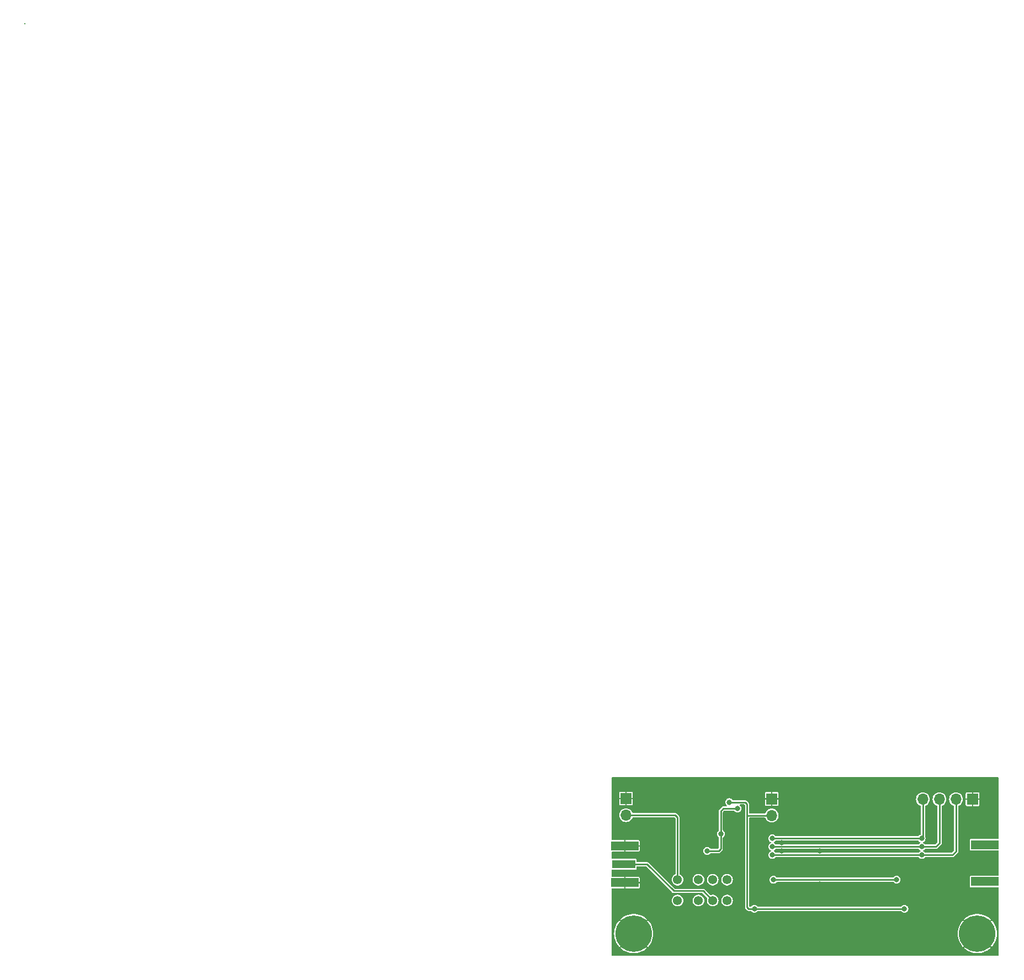
<source format=gbr>
G04 #@! TF.GenerationSoftware,KiCad,Pcbnew,8.0.5*
G04 #@! TF.CreationDate,2025-06-10T09:40:11+02:00*
G04 #@! TF.ProjectId,SDR_PreAmp_Filter,5344525f-5072-4654-916d-705f46696c74,rev?*
G04 #@! TF.SameCoordinates,Original*
G04 #@! TF.FileFunction,Copper,L2,Bot*
G04 #@! TF.FilePolarity,Positive*
%FSLAX46Y46*%
G04 Gerber Fmt 4.6, Leading zero omitted, Abs format (unit mm)*
G04 Created by KiCad (PCBNEW 8.0.5) date 2025-06-10 09:40:11*
%MOMM*%
%LPD*%
G01*
G04 APERTURE LIST*
G04 #@! TA.AperFunction,ComponentPad*
%ADD10C,5.600000*%
G04 #@! TD*
G04 #@! TA.AperFunction,ComponentPad*
%ADD11R,1.700000X1.700000*%
G04 #@! TD*
G04 #@! TA.AperFunction,ComponentPad*
%ADD12O,1.700000X1.700000*%
G04 #@! TD*
G04 #@! TA.AperFunction,ComponentPad*
%ADD13C,1.381000*%
G04 #@! TD*
G04 #@! TA.AperFunction,SMDPad,CuDef*
%ADD14R,4.200000X1.350000*%
G04 #@! TD*
G04 #@! TA.AperFunction,SMDPad,CuDef*
%ADD15R,3.600000X1.270000*%
G04 #@! TD*
G04 #@! TA.AperFunction,ViaPad*
%ADD16C,0.200000*%
G04 #@! TD*
G04 #@! TA.AperFunction,ViaPad*
%ADD17C,0.800000*%
G04 #@! TD*
G04 #@! TA.AperFunction,ViaPad*
%ADD18C,0.120000*%
G04 #@! TD*
G04 #@! TA.AperFunction,Conductor*
%ADD19C,0.250000*%
G04 #@! TD*
G04 APERTURE END LIST*
D10*
X146050000Y-139700000D03*
D11*
X145330000Y-119075000D03*
D12*
X142790000Y-119075000D03*
X140250000Y-119075000D03*
X137710000Y-119075000D03*
D13*
X100076000Y-134620000D03*
X103276000Y-134620000D03*
X105476000Y-134620000D03*
X107676000Y-134620000D03*
X107676000Y-131420000D03*
X105476000Y-131420000D03*
X103276000Y-131420000D03*
X100076000Y-131420000D03*
D10*
X93345000Y-139700000D03*
D11*
X92175000Y-118975000D03*
D12*
X92175000Y-121515000D03*
D14*
X147193000Y-131699000D03*
X147193000Y-126049000D03*
D11*
X114526000Y-119024400D03*
D12*
X114526000Y-121564400D03*
D15*
X91798800Y-129057400D03*
D14*
X91998800Y-131882400D03*
X91998800Y-126232400D03*
D16*
X0Y0D03*
X0Y0D03*
X0Y0D03*
X0Y0D03*
X0Y0D03*
D17*
X134874000Y-135890000D03*
X111861600Y-135890000D03*
X108000800Y-119532400D03*
D18*
X97006649Y-131250619D03*
X102532946Y-132730000D03*
X143541800Y-129155000D03*
X102273039Y-132730000D03*
D17*
X121920000Y-132080000D03*
D18*
X98779869Y-133023839D03*
X141986720Y-128655000D03*
X96474683Y-130718653D03*
X96120039Y-130364009D03*
X107256000Y-132753333D03*
X99313817Y-132369847D03*
X97332979Y-130389009D03*
D17*
X104425000Y-129075000D03*
D18*
X102296608Y-133570000D03*
X96252522Y-129308552D03*
X103320222Y-133570000D03*
X100973504Y-132730000D03*
X102792853Y-132730000D03*
X100713597Y-132730000D03*
X98953665Y-132009695D03*
X96072446Y-129128476D03*
X100936807Y-133570000D03*
D17*
X116000000Y-130250000D03*
D18*
X95765395Y-130009365D03*
X142505080Y-128655000D03*
X142764260Y-129155000D03*
X144578520Y-128655000D03*
D17*
X106125000Y-133000000D03*
D18*
X95229861Y-128637400D03*
X95892370Y-128948400D03*
X100680903Y-133570000D03*
D17*
X105100000Y-122700000D03*
D18*
X144837700Y-129155000D03*
X97893259Y-132137229D03*
X94705025Y-129477400D03*
X102808415Y-133570000D03*
X96792751Y-129848781D03*
X94440823Y-129477400D03*
X145096880Y-129155000D03*
D17*
X109450000Y-133000000D03*
D18*
X104653207Y-133203237D03*
X104216882Y-133954852D03*
X104551139Y-134289079D03*
X103064319Y-133570000D03*
X144837700Y-128655000D03*
X99493893Y-132549923D03*
X108096000Y-133020000D03*
X101200000Y-132730000D03*
D17*
X121894600Y-127000000D03*
D18*
X107256000Y-133020000D03*
X142245900Y-128655000D03*
X94702005Y-128637400D03*
X100475000Y-132730000D03*
X96432599Y-129488629D03*
X97513056Y-130569086D03*
D17*
X100900000Y-128200000D03*
D18*
X102552512Y-133570000D03*
X143800980Y-128655000D03*
X94438077Y-128637400D03*
X98233360Y-131289390D03*
X102040705Y-133570000D03*
D17*
X109125000Y-126450000D03*
D18*
X104300000Y-132850000D03*
X104091779Y-132738853D03*
X103832481Y-132730000D03*
X142245900Y-129155000D03*
X98053284Y-131109314D03*
X94969227Y-129477400D03*
X145356060Y-129155000D03*
X96652005Y-130895975D03*
X107256000Y-133553333D03*
X144319340Y-128655000D03*
X144060160Y-128655000D03*
X142764260Y-128655000D03*
D17*
X98225000Y-134750000D03*
D18*
X93912418Y-129477400D03*
X103052760Y-132730000D03*
D17*
X121920000Y-137134600D03*
D18*
X104983824Y-133545884D03*
X98773589Y-131829619D03*
X145356060Y-128655000D03*
X95233430Y-129477400D03*
X95942717Y-130186687D03*
X95410751Y-129654721D03*
X97361293Y-131605263D03*
X97152903Y-130208933D03*
X141986720Y-129155000D03*
X108096000Y-133553333D03*
X143023440Y-128655000D03*
X94174149Y-128637400D03*
D17*
X121920000Y-121920000D03*
D18*
X98425225Y-132669195D03*
X95588073Y-129832043D03*
X105150000Y-133700000D03*
X96972827Y-130028857D03*
X108096000Y-132753333D03*
X98957191Y-133201161D03*
X99133741Y-132189771D03*
X107256000Y-133286666D03*
X98070581Y-132314551D03*
X97183971Y-131427941D03*
X145096880Y-128655000D03*
X100425000Y-133570000D03*
X143800980Y-129155000D03*
X104024456Y-133762426D03*
X102013132Y-132730000D03*
X103832030Y-133570000D03*
X104835670Y-133385700D03*
X103312667Y-132730000D03*
X96297361Y-130541331D03*
X96612675Y-129668705D03*
X143282620Y-129155000D03*
X104375000Y-134125000D03*
X97715937Y-131959907D03*
X108096000Y-132486666D03*
X98602547Y-132846517D03*
X98247903Y-132491873D03*
X95493181Y-128646253D03*
X144319340Y-129155000D03*
X101192710Y-133570000D03*
D17*
X116027200Y-126974600D03*
D18*
X107256000Y-132486666D03*
X99673970Y-132730000D03*
X104470744Y-133020774D03*
D17*
X116025000Y-125750000D03*
D18*
X97693132Y-130749162D03*
X93910222Y-128637400D03*
X142505080Y-129155000D03*
X97538615Y-131782585D03*
X144060160Y-129155000D03*
X95712294Y-128768324D03*
X95493179Y-128646253D03*
X94965933Y-128637400D03*
X143541800Y-128655000D03*
X94176620Y-129477400D03*
X144578520Y-129155000D03*
X96829327Y-131073297D03*
X98593513Y-131649543D03*
X143023440Y-129155000D03*
X103576126Y-133570000D03*
X97873208Y-130929238D03*
X103572574Y-132730000D03*
X143282620Y-128655000D03*
X104091781Y-132738853D03*
X98413436Y-131469466D03*
X108096000Y-133286666D03*
D17*
X114604800Y-125095000D03*
X137515600Y-125095000D03*
X114630200Y-126365000D03*
X137541000Y-126365000D03*
X114630200Y-127635000D03*
X137541000Y-127635000D03*
X133680200Y-131419600D03*
X114808000Y-131445000D03*
X106730800Y-124383800D03*
X109270800Y-120500000D03*
X104622600Y-127000000D03*
D19*
X110769400Y-121564400D02*
X110744000Y-121589800D01*
X110744000Y-121589800D02*
X110744000Y-135636000D01*
X108000800Y-119532400D02*
X110439200Y-119532400D01*
X110744000Y-119837200D02*
X110744000Y-121589800D01*
X110439200Y-119532400D02*
X110744000Y-119837200D01*
X114526000Y-121564400D02*
X110769400Y-121564400D01*
X99898200Y-134797800D02*
X100076000Y-134620000D01*
X110998000Y-135890000D02*
X134874000Y-135890000D01*
X110744000Y-135636000D02*
X110998000Y-135890000D01*
X116230400Y-127000000D02*
X116205000Y-126974600D01*
X121894600Y-127000000D02*
X116230400Y-127000000D01*
X137725000Y-124885600D02*
X137515600Y-125095000D01*
X137725000Y-118600000D02*
X137725000Y-124885600D01*
X114604800Y-125095000D02*
X137515600Y-125095000D01*
X137541000Y-126365000D02*
X137451000Y-126275000D01*
X140265000Y-125800000D02*
X140265000Y-118600000D01*
X137451000Y-126365000D02*
X114720200Y-126365000D01*
X137541000Y-126365000D02*
X139700000Y-126365000D01*
X114720200Y-126275000D02*
X114630200Y-126365000D01*
X139700000Y-126365000D02*
X140265000Y-125800000D01*
X114720200Y-127635000D02*
X137451000Y-127635000D01*
X142805000Y-127070000D02*
X142805000Y-118600000D01*
X114630200Y-127635000D02*
X114720200Y-127725000D01*
X137451000Y-127725000D02*
X137541000Y-127635000D01*
X137541000Y-127635000D02*
X142240000Y-127635000D01*
X142240000Y-127635000D02*
X142805000Y-127070000D01*
X114898000Y-131445000D02*
X133615600Y-131445000D01*
X133615600Y-131355000D02*
X133680200Y-131419600D01*
X114808000Y-131445000D02*
X114898000Y-131355000D01*
X95407400Y-129057400D02*
X91798800Y-129057400D01*
X105476000Y-134620000D02*
X104006000Y-133150000D01*
X99500000Y-133150000D02*
X95407400Y-129057400D01*
X104006000Y-133150000D02*
X99500000Y-133150000D01*
X106705400Y-120878600D02*
X106705400Y-126695200D01*
X109270800Y-120500000D02*
X107084000Y-120500000D01*
X106705400Y-126695200D02*
X106400600Y-127000000D01*
X106400600Y-127000000D02*
X104622600Y-127000000D01*
X107084000Y-120500000D02*
X106705400Y-120878600D01*
X92964000Y-121539000D02*
X99745800Y-121539000D01*
X100050200Y-131394200D02*
X100076000Y-131420000D01*
X100076000Y-121869200D02*
X100076000Y-131420000D01*
X99745800Y-121539000D02*
X100076000Y-121869200D01*
G04 #@! TA.AperFunction,Conductor*
G36*
X137043221Y-126709407D02*
G01*
X137063570Y-126729231D01*
X137112718Y-126793282D01*
X137112722Y-126793285D01*
X137112723Y-126793286D01*
X137124383Y-126802233D01*
X137238159Y-126889536D01*
X137251498Y-126895061D01*
X137284028Y-126908536D01*
X137330554Y-126948273D01*
X137344837Y-127007768D01*
X137321422Y-127064296D01*
X137284028Y-127091464D01*
X137238160Y-127110463D01*
X137112723Y-127206713D01*
X137112714Y-127206722D01*
X137074794Y-127256141D01*
X137064269Y-127269859D01*
X137063572Y-127270767D01*
X137013148Y-127305423D01*
X136985030Y-127309500D01*
X115186170Y-127309500D01*
X115127979Y-127290593D01*
X115107628Y-127270767D01*
X115106931Y-127269859D01*
X115058482Y-127206718D01*
X115058477Y-127206714D01*
X115058476Y-127206713D01*
X114933038Y-127110462D01*
X114887172Y-127091464D01*
X114840646Y-127051728D01*
X114826362Y-126992233D01*
X114849777Y-126935705D01*
X114887172Y-126908536D01*
X114919702Y-126895061D01*
X114933041Y-126889536D01*
X115058482Y-126793282D01*
X115107628Y-126729232D01*
X115158052Y-126694577D01*
X115186170Y-126690500D01*
X136985030Y-126690500D01*
X137043221Y-126709407D01*
G37*
G04 #@! TD.AperFunction*
G04 #@! TA.AperFunction,Conductor*
G36*
X137017821Y-125439407D02*
G01*
X137038170Y-125459231D01*
X137087318Y-125523282D01*
X137087322Y-125523285D01*
X137087323Y-125523286D01*
X137116682Y-125545813D01*
X137212759Y-125619536D01*
X137212760Y-125619536D01*
X137212761Y-125619537D01*
X137271327Y-125643796D01*
X137317853Y-125683532D01*
X137332137Y-125743027D01*
X137308722Y-125799555D01*
X137271329Y-125826723D01*
X137238163Y-125840461D01*
X137238160Y-125840462D01*
X137112723Y-125936713D01*
X137112714Y-125936722D01*
X137074794Y-125986141D01*
X137064269Y-125999859D01*
X137063572Y-126000767D01*
X137013148Y-126035423D01*
X136985030Y-126039500D01*
X115186170Y-126039500D01*
X115127979Y-126020593D01*
X115107628Y-126000767D01*
X115106931Y-125999859D01*
X115058482Y-125936718D01*
X115058477Y-125936714D01*
X115058476Y-125936713D01*
X115005097Y-125895754D01*
X114933041Y-125840464D01*
X114933039Y-125840463D01*
X114874471Y-125816203D01*
X114827945Y-125776466D01*
X114813662Y-125716971D01*
X114837077Y-125660443D01*
X114874470Y-125633275D01*
X114907641Y-125619536D01*
X115033082Y-125523282D01*
X115082228Y-125459232D01*
X115132652Y-125424577D01*
X115160770Y-125420500D01*
X136959630Y-125420500D01*
X137017821Y-125439407D01*
G37*
G04 #@! TD.AperFunction*
G04 #@! TA.AperFunction,Conductor*
G36*
X149311191Y-115715907D02*
G01*
X149347155Y-115765407D01*
X149352000Y-115796000D01*
X149352000Y-125074500D01*
X149333093Y-125132691D01*
X149283593Y-125168655D01*
X149253000Y-125173500D01*
X145073252Y-125173500D01*
X145073251Y-125173500D01*
X145073241Y-125173501D01*
X145014772Y-125185132D01*
X145014766Y-125185134D01*
X144948451Y-125229445D01*
X144948445Y-125229451D01*
X144904134Y-125295766D01*
X144904132Y-125295772D01*
X144892501Y-125354241D01*
X144892500Y-125354253D01*
X144892500Y-126743746D01*
X144892501Y-126743758D01*
X144904132Y-126802227D01*
X144904134Y-126802233D01*
X144931530Y-126843233D01*
X144948448Y-126868552D01*
X145014769Y-126912867D01*
X145059231Y-126921711D01*
X145073241Y-126924498D01*
X145073246Y-126924498D01*
X145073252Y-126924500D01*
X145073253Y-126924500D01*
X149253000Y-126924500D01*
X149311191Y-126943407D01*
X149347155Y-126992907D01*
X149352000Y-127023500D01*
X149352000Y-130724500D01*
X149333093Y-130782691D01*
X149283593Y-130818655D01*
X149253000Y-130823500D01*
X145073252Y-130823500D01*
X145073251Y-130823500D01*
X145073241Y-130823501D01*
X145014772Y-130835132D01*
X145014766Y-130835134D01*
X144948451Y-130879445D01*
X144948445Y-130879451D01*
X144904134Y-130945766D01*
X144904132Y-130945772D01*
X144892501Y-131004241D01*
X144892500Y-131004253D01*
X144892500Y-132393746D01*
X144892501Y-132393758D01*
X144904132Y-132452227D01*
X144904133Y-132452231D01*
X144948448Y-132518552D01*
X145014769Y-132562867D01*
X145059231Y-132571711D01*
X145073241Y-132574498D01*
X145073246Y-132574498D01*
X145073252Y-132574500D01*
X145073253Y-132574500D01*
X149253000Y-132574500D01*
X149311191Y-132593407D01*
X149347155Y-132642907D01*
X149352000Y-132673500D01*
X149352000Y-143018000D01*
X149333093Y-143076191D01*
X149283593Y-143112155D01*
X149253000Y-143117000D01*
X90065800Y-143117000D01*
X90007609Y-143098093D01*
X89971645Y-143048593D01*
X89966800Y-143018000D01*
X89966800Y-139700000D01*
X90339916Y-139700000D01*
X90360235Y-140048871D01*
X90420917Y-140393015D01*
X90521144Y-140727798D01*
X90521145Y-140727800D01*
X90659556Y-141048672D01*
X90659559Y-141048679D01*
X90834288Y-141351319D01*
X90834290Y-141351322D01*
X91042974Y-141631634D01*
X91154127Y-141749448D01*
X92142916Y-140760658D01*
X92284339Y-140902081D01*
X91292473Y-141893948D01*
X91550493Y-142110451D01*
X91842452Y-142302476D01*
X92154744Y-142459315D01*
X92154748Y-142459316D01*
X92483136Y-142578840D01*
X92823162Y-142659428D01*
X93170273Y-142700000D01*
X93519727Y-142700000D01*
X93866837Y-142659428D01*
X94206863Y-142578840D01*
X94535251Y-142459316D01*
X94535255Y-142459315D01*
X94847547Y-142302476D01*
X95139509Y-142110449D01*
X95139514Y-142110445D01*
X95397525Y-141893948D01*
X94405659Y-140902082D01*
X94547082Y-140760659D01*
X95535871Y-141749448D01*
X95647026Y-141631632D01*
X95647030Y-141631626D01*
X95855709Y-141351322D01*
X95855711Y-141351319D01*
X96030440Y-141048679D01*
X96030443Y-141048672D01*
X96168854Y-140727800D01*
X96168855Y-140727798D01*
X96269082Y-140393015D01*
X96329764Y-140048871D01*
X96350083Y-139700000D01*
X143044916Y-139700000D01*
X143065235Y-140048871D01*
X143125917Y-140393015D01*
X143226144Y-140727798D01*
X143226145Y-140727800D01*
X143364556Y-141048672D01*
X143364559Y-141048679D01*
X143539288Y-141351319D01*
X143539290Y-141351322D01*
X143747974Y-141631634D01*
X143859127Y-141749448D01*
X144847916Y-140760658D01*
X144989339Y-140902081D01*
X143997473Y-141893948D01*
X144255493Y-142110451D01*
X144547452Y-142302476D01*
X144859744Y-142459315D01*
X144859748Y-142459316D01*
X145188136Y-142578840D01*
X145528162Y-142659428D01*
X145875273Y-142700000D01*
X146224727Y-142700000D01*
X146571837Y-142659428D01*
X146911863Y-142578840D01*
X147240251Y-142459316D01*
X147240255Y-142459315D01*
X147552547Y-142302476D01*
X147844509Y-142110449D01*
X147844514Y-142110445D01*
X148102525Y-141893948D01*
X147110659Y-140902082D01*
X147252082Y-140760659D01*
X148240871Y-141749448D01*
X148352026Y-141631632D01*
X148352030Y-141631626D01*
X148560709Y-141351322D01*
X148560711Y-141351319D01*
X148735440Y-141048679D01*
X148735443Y-141048672D01*
X148873854Y-140727800D01*
X148873855Y-140727798D01*
X148974082Y-140393015D01*
X149034764Y-140048871D01*
X149055083Y-139700000D01*
X149034764Y-139351128D01*
X148974082Y-139006984D01*
X148873855Y-138672201D01*
X148873854Y-138672199D01*
X148735443Y-138351327D01*
X148735440Y-138351320D01*
X148560711Y-138048680D01*
X148560709Y-138048677D01*
X148352025Y-137768365D01*
X148240871Y-137650550D01*
X147252081Y-138639339D01*
X147110658Y-138497916D01*
X148102525Y-137506050D01*
X147844506Y-137289548D01*
X147552547Y-137097523D01*
X147240255Y-136940684D01*
X147240251Y-136940683D01*
X146911863Y-136821159D01*
X146571837Y-136740571D01*
X146224727Y-136700000D01*
X145875273Y-136700000D01*
X145528162Y-136740571D01*
X145188136Y-136821159D01*
X144859748Y-136940683D01*
X144859744Y-136940684D01*
X144547452Y-137097523D01*
X144255493Y-137289548D01*
X143997473Y-137506050D01*
X144989340Y-138497917D01*
X144847917Y-138639340D01*
X143859127Y-137650550D01*
X143747975Y-137768365D01*
X143539290Y-138048677D01*
X143539288Y-138048680D01*
X143364559Y-138351320D01*
X143364556Y-138351327D01*
X143226145Y-138672199D01*
X143226144Y-138672201D01*
X143125917Y-139006984D01*
X143065235Y-139351128D01*
X143044916Y-139700000D01*
X96350083Y-139700000D01*
X96329764Y-139351128D01*
X96269082Y-139006984D01*
X96168855Y-138672201D01*
X96168854Y-138672199D01*
X96030443Y-138351327D01*
X96030440Y-138351320D01*
X95855711Y-138048680D01*
X95855709Y-138048677D01*
X95647025Y-137768365D01*
X95535871Y-137650550D01*
X94547081Y-138639339D01*
X94405658Y-138497916D01*
X95397525Y-137506050D01*
X95139506Y-137289548D01*
X94847547Y-137097523D01*
X94535255Y-136940684D01*
X94535251Y-136940683D01*
X94206863Y-136821159D01*
X93866837Y-136740571D01*
X93519727Y-136700000D01*
X93170273Y-136700000D01*
X92823162Y-136740571D01*
X92483136Y-136821159D01*
X92154748Y-136940683D01*
X92154744Y-136940684D01*
X91842452Y-137097523D01*
X91550493Y-137289548D01*
X91292473Y-137506050D01*
X92284340Y-138497917D01*
X92142917Y-138639340D01*
X91154127Y-137650550D01*
X91042975Y-137768365D01*
X90834290Y-138048677D01*
X90834288Y-138048680D01*
X90659559Y-138351320D01*
X90659556Y-138351327D01*
X90521145Y-138672199D01*
X90521144Y-138672201D01*
X90420917Y-139006984D01*
X90360235Y-139351128D01*
X90339916Y-139700000D01*
X89966800Y-139700000D01*
X89966800Y-134620000D01*
X99180092Y-134620000D01*
X99199670Y-134806270D01*
X99257547Y-134984399D01*
X99257548Y-134984401D01*
X99257549Y-134984403D01*
X99257551Y-134984408D01*
X99351194Y-135146601D01*
X99351195Y-135146602D01*
X99476521Y-135285789D01*
X99628046Y-135395879D01*
X99628050Y-135395881D01*
X99628052Y-135395882D01*
X99684677Y-135421093D01*
X99799149Y-135472059D01*
X99982352Y-135511000D01*
X99982355Y-135511000D01*
X100169645Y-135511000D01*
X100169648Y-135511000D01*
X100352851Y-135472059D01*
X100523954Y-135395879D01*
X100675479Y-135285789D01*
X100800805Y-135146602D01*
X100894453Y-134984399D01*
X100952330Y-134806270D01*
X100971908Y-134620000D01*
X102380092Y-134620000D01*
X102399670Y-134806270D01*
X102457547Y-134984399D01*
X102457548Y-134984401D01*
X102457549Y-134984403D01*
X102457551Y-134984408D01*
X102551194Y-135146601D01*
X102551195Y-135146602D01*
X102676521Y-135285789D01*
X102828046Y-135395879D01*
X102828050Y-135395881D01*
X102828052Y-135395882D01*
X102884677Y-135421093D01*
X102999149Y-135472059D01*
X103182352Y-135511000D01*
X103182355Y-135511000D01*
X103369645Y-135511000D01*
X103369648Y-135511000D01*
X103552851Y-135472059D01*
X103723954Y-135395879D01*
X103875479Y-135285789D01*
X104000805Y-135146602D01*
X104094453Y-134984399D01*
X104152330Y-134806270D01*
X104171908Y-134620000D01*
X104152330Y-134433730D01*
X104094453Y-134255601D01*
X104094449Y-134255595D01*
X104094448Y-134255591D01*
X104000805Y-134093398D01*
X103875479Y-133954211D01*
X103723954Y-133844121D01*
X103723950Y-133844119D01*
X103723947Y-133844117D01*
X103552853Y-133767942D01*
X103552851Y-133767941D01*
X103552848Y-133767940D01*
X103552847Y-133767940D01*
X103493003Y-133755220D01*
X103369648Y-133729000D01*
X103182352Y-133729000D01*
X103065532Y-133753830D01*
X102999152Y-133767940D01*
X102999146Y-133767942D01*
X102828052Y-133844117D01*
X102828049Y-133844119D01*
X102676521Y-133954211D01*
X102551194Y-134093398D01*
X102457551Y-134255591D01*
X102457549Y-134255596D01*
X102399670Y-134433728D01*
X102399670Y-134433730D01*
X102380092Y-134620000D01*
X100971908Y-134620000D01*
X100952330Y-134433730D01*
X100894453Y-134255601D01*
X100894449Y-134255595D01*
X100894448Y-134255591D01*
X100800805Y-134093398D01*
X100675479Y-133954211D01*
X100523954Y-133844121D01*
X100523950Y-133844119D01*
X100523947Y-133844117D01*
X100352853Y-133767942D01*
X100352851Y-133767941D01*
X100352848Y-133767940D01*
X100352847Y-133767940D01*
X100293003Y-133755220D01*
X100169648Y-133729000D01*
X99982352Y-133729000D01*
X99865532Y-133753830D01*
X99799152Y-133767940D01*
X99799146Y-133767942D01*
X99628052Y-133844117D01*
X99628049Y-133844119D01*
X99476521Y-133954211D01*
X99351194Y-134093398D01*
X99257551Y-134255591D01*
X99257549Y-134255596D01*
X99199670Y-134433728D01*
X99199670Y-134433730D01*
X99180092Y-134620000D01*
X89966800Y-134620000D01*
X89966800Y-132856400D01*
X89985707Y-132798209D01*
X90035207Y-132762245D01*
X90065800Y-132757400D01*
X91898799Y-132757400D01*
X91898800Y-132757399D01*
X91898800Y-131982401D01*
X92098800Y-131982401D01*
X92098800Y-132757399D01*
X92098801Y-132757400D01*
X94118497Y-132757400D01*
X94118500Y-132757399D01*
X94176836Y-132745796D01*
X94242989Y-132701593D01*
X94242993Y-132701589D01*
X94287196Y-132635436D01*
X94298799Y-132577100D01*
X94298800Y-132577097D01*
X94298800Y-131982401D01*
X94298799Y-131982400D01*
X92098801Y-131982400D01*
X92098800Y-131982401D01*
X91898800Y-131982401D01*
X91898800Y-131007401D01*
X92098800Y-131007401D01*
X92098800Y-131782399D01*
X92098801Y-131782400D01*
X94298799Y-131782400D01*
X94298800Y-131782399D01*
X94298800Y-131187702D01*
X94298799Y-131187699D01*
X94287196Y-131129363D01*
X94242993Y-131063210D01*
X94242989Y-131063206D01*
X94176836Y-131019003D01*
X94118500Y-131007400D01*
X92098801Y-131007400D01*
X92098800Y-131007401D01*
X91898800Y-131007401D01*
X91898799Y-131007400D01*
X90065800Y-131007400D01*
X90007609Y-130988493D01*
X89971645Y-130938993D01*
X89966800Y-130908400D01*
X89966800Y-129991900D01*
X89985707Y-129933709D01*
X90035207Y-129897745D01*
X90065800Y-129892900D01*
X93618547Y-129892900D01*
X93618548Y-129892900D01*
X93677031Y-129881267D01*
X93743352Y-129836952D01*
X93787667Y-129770631D01*
X93799300Y-129712148D01*
X93799300Y-129481900D01*
X93818207Y-129423709D01*
X93867707Y-129387745D01*
X93898300Y-129382900D01*
X95231565Y-129382900D01*
X95289756Y-129401807D01*
X95301569Y-129411896D01*
X99239535Y-133349862D01*
X99239534Y-133349862D01*
X99300135Y-133410462D01*
X99300138Y-133410465D01*
X99374362Y-133453318D01*
X99457147Y-133475500D01*
X103830165Y-133475500D01*
X103888356Y-133494407D01*
X103900169Y-133504496D01*
X104613110Y-134217437D01*
X104640887Y-134271954D01*
X104637261Y-134318033D01*
X104599670Y-134433730D01*
X104580092Y-134620000D01*
X104599670Y-134806270D01*
X104657547Y-134984399D01*
X104657548Y-134984401D01*
X104657549Y-134984403D01*
X104657551Y-134984408D01*
X104751194Y-135146601D01*
X104751195Y-135146602D01*
X104876521Y-135285789D01*
X105028046Y-135395879D01*
X105028050Y-135395881D01*
X105028052Y-135395882D01*
X105084677Y-135421093D01*
X105199149Y-135472059D01*
X105382352Y-135511000D01*
X105382355Y-135511000D01*
X105569645Y-135511000D01*
X105569648Y-135511000D01*
X105752851Y-135472059D01*
X105923954Y-135395879D01*
X106075479Y-135285789D01*
X106200805Y-135146602D01*
X106294453Y-134984399D01*
X106352330Y-134806270D01*
X106371908Y-134620000D01*
X106780092Y-134620000D01*
X106799670Y-134806270D01*
X106857547Y-134984399D01*
X106857548Y-134984401D01*
X106857549Y-134984403D01*
X106857551Y-134984408D01*
X106951194Y-135146601D01*
X106951195Y-135146602D01*
X107076521Y-135285789D01*
X107228046Y-135395879D01*
X107228050Y-135395881D01*
X107228052Y-135395882D01*
X107284677Y-135421093D01*
X107399149Y-135472059D01*
X107582352Y-135511000D01*
X107582355Y-135511000D01*
X107769645Y-135511000D01*
X107769648Y-135511000D01*
X107952851Y-135472059D01*
X108123954Y-135395879D01*
X108275479Y-135285789D01*
X108400805Y-135146602D01*
X108494453Y-134984399D01*
X108552330Y-134806270D01*
X108571908Y-134620000D01*
X108552330Y-134433730D01*
X108494453Y-134255601D01*
X108494449Y-134255595D01*
X108494448Y-134255591D01*
X108400805Y-134093398D01*
X108275479Y-133954211D01*
X108123954Y-133844121D01*
X108123950Y-133844119D01*
X108123947Y-133844117D01*
X107952853Y-133767942D01*
X107952851Y-133767941D01*
X107952848Y-133767940D01*
X107952847Y-133767940D01*
X107893003Y-133755220D01*
X107769648Y-133729000D01*
X107582352Y-133729000D01*
X107465532Y-133753830D01*
X107399152Y-133767940D01*
X107399146Y-133767942D01*
X107228052Y-133844117D01*
X107228049Y-133844119D01*
X107076521Y-133954211D01*
X106951194Y-134093398D01*
X106857551Y-134255591D01*
X106857549Y-134255596D01*
X106799670Y-134433728D01*
X106799670Y-134433730D01*
X106780092Y-134620000D01*
X106371908Y-134620000D01*
X106352330Y-134433730D01*
X106294453Y-134255601D01*
X106294449Y-134255595D01*
X106294448Y-134255591D01*
X106200805Y-134093398D01*
X106075479Y-133954211D01*
X105923954Y-133844121D01*
X105923950Y-133844119D01*
X105923947Y-133844117D01*
X105752853Y-133767942D01*
X105752851Y-133767941D01*
X105752848Y-133767940D01*
X105752847Y-133767940D01*
X105693003Y-133755220D01*
X105569648Y-133729000D01*
X105382352Y-133729000D01*
X105265532Y-133753830D01*
X105199152Y-133767940D01*
X105199146Y-133767942D01*
X105181816Y-133775658D01*
X105120965Y-133782052D01*
X105071547Y-133755220D01*
X104666188Y-133349861D01*
X104205862Y-132889535D01*
X104205859Y-132889533D01*
X104205858Y-132889532D01*
X104205857Y-132889531D01*
X104131642Y-132846683D01*
X104131644Y-132846683D01*
X104099521Y-132838076D01*
X104048853Y-132824500D01*
X104048851Y-132824500D01*
X99675835Y-132824500D01*
X99617644Y-132805593D01*
X99605831Y-132795504D01*
X97624245Y-130813918D01*
X95607262Y-128796935D01*
X95607259Y-128796933D01*
X95607258Y-128796932D01*
X95607257Y-128796931D01*
X95533042Y-128754083D01*
X95533044Y-128754083D01*
X95500921Y-128745476D01*
X95450253Y-128731900D01*
X95450251Y-128731900D01*
X93898300Y-128731900D01*
X93840109Y-128712993D01*
X93804145Y-128663493D01*
X93799300Y-128632900D01*
X93799300Y-128402653D01*
X93799298Y-128402641D01*
X93796511Y-128388631D01*
X93787667Y-128344169D01*
X93743352Y-128277848D01*
X93743348Y-128277845D01*
X93677033Y-128233534D01*
X93677031Y-128233533D01*
X93677028Y-128233532D01*
X93677027Y-128233532D01*
X93618558Y-128221901D01*
X93618548Y-128221900D01*
X90065800Y-128221900D01*
X90007609Y-128202993D01*
X89971645Y-128153493D01*
X89966800Y-128122900D01*
X89966800Y-127206400D01*
X89985707Y-127148209D01*
X90035207Y-127112245D01*
X90065800Y-127107400D01*
X91898799Y-127107400D01*
X91898800Y-127107399D01*
X91898800Y-126332401D01*
X92098800Y-126332401D01*
X92098800Y-127107399D01*
X92098801Y-127107400D01*
X94118497Y-127107400D01*
X94118500Y-127107399D01*
X94176836Y-127095796D01*
X94242989Y-127051593D01*
X94242993Y-127051589D01*
X94287196Y-126985436D01*
X94298799Y-126927100D01*
X94298800Y-126927097D01*
X94298800Y-126332401D01*
X94298799Y-126332400D01*
X92098801Y-126332400D01*
X92098800Y-126332401D01*
X91898800Y-126332401D01*
X91898800Y-125357401D01*
X92098800Y-125357401D01*
X92098800Y-126132399D01*
X92098801Y-126132400D01*
X94298799Y-126132400D01*
X94298800Y-126132399D01*
X94298800Y-125537702D01*
X94298799Y-125537699D01*
X94287196Y-125479363D01*
X94242993Y-125413210D01*
X94242989Y-125413206D01*
X94176836Y-125369003D01*
X94118500Y-125357400D01*
X92098801Y-125357400D01*
X92098800Y-125357401D01*
X91898800Y-125357401D01*
X91898799Y-125357400D01*
X90065800Y-125357400D01*
X90007609Y-125338493D01*
X89971645Y-125288993D01*
X89966800Y-125258400D01*
X89966800Y-121514996D01*
X91119417Y-121514996D01*
X91119417Y-121515003D01*
X91139698Y-121720929D01*
X91139699Y-121720934D01*
X91199768Y-121918954D01*
X91297316Y-122101452D01*
X91428585Y-122261404D01*
X91428590Y-122261410D01*
X91428595Y-122261414D01*
X91588547Y-122392683D01*
X91588548Y-122392683D01*
X91588550Y-122392685D01*
X91771046Y-122490232D01*
X91908997Y-122532078D01*
X91969065Y-122550300D01*
X91969070Y-122550301D01*
X92174997Y-122570583D01*
X92175000Y-122570583D01*
X92175003Y-122570583D01*
X92380929Y-122550301D01*
X92380934Y-122550300D01*
X92416105Y-122539631D01*
X92578954Y-122490232D01*
X92761450Y-122392685D01*
X92921410Y-122261410D01*
X93052685Y-122101450D01*
X93150232Y-121918954D01*
X93150231Y-121918954D01*
X93151367Y-121916831D01*
X93195473Y-121874425D01*
X93238677Y-121864500D01*
X99569965Y-121864500D01*
X99628156Y-121883407D01*
X99639969Y-121893496D01*
X99721504Y-121975031D01*
X99749281Y-122029548D01*
X99750500Y-122045035D01*
X99750500Y-130525309D01*
X99731593Y-130583500D01*
X99691768Y-130615749D01*
X99628044Y-130644121D01*
X99628042Y-130644122D01*
X99476524Y-130754208D01*
X99351194Y-130893398D01*
X99257551Y-131055591D01*
X99257549Y-131055596D01*
X99199670Y-131233728D01*
X99180092Y-131420000D01*
X99196526Y-131576362D01*
X99199670Y-131606270D01*
X99257547Y-131784399D01*
X99257548Y-131784401D01*
X99257549Y-131784403D01*
X99257551Y-131784408D01*
X99351194Y-131946601D01*
X99351195Y-131946602D01*
X99476521Y-132085789D01*
X99628046Y-132195879D01*
X99628050Y-132195881D01*
X99628052Y-132195882D01*
X99684677Y-132221093D01*
X99799149Y-132272059D01*
X99982352Y-132311000D01*
X99982355Y-132311000D01*
X100169645Y-132311000D01*
X100169648Y-132311000D01*
X100352851Y-132272059D01*
X100523954Y-132195879D01*
X100675479Y-132085789D01*
X100800805Y-131946602D01*
X100894453Y-131784399D01*
X100952330Y-131606270D01*
X100971908Y-131420000D01*
X102380092Y-131420000D01*
X102396526Y-131576362D01*
X102399670Y-131606270D01*
X102457547Y-131784399D01*
X102457548Y-131784401D01*
X102457549Y-131784403D01*
X102457551Y-131784408D01*
X102551194Y-131946601D01*
X102551195Y-131946602D01*
X102676521Y-132085789D01*
X102828046Y-132195879D01*
X102828050Y-132195881D01*
X102828052Y-132195882D01*
X102884677Y-132221093D01*
X102999149Y-132272059D01*
X103182352Y-132311000D01*
X103182355Y-132311000D01*
X103369645Y-132311000D01*
X103369648Y-132311000D01*
X103552851Y-132272059D01*
X103723954Y-132195879D01*
X103875479Y-132085789D01*
X104000805Y-131946602D01*
X104094453Y-131784399D01*
X104152330Y-131606270D01*
X104171908Y-131420000D01*
X104580092Y-131420000D01*
X104596526Y-131576362D01*
X104599670Y-131606270D01*
X104657547Y-131784399D01*
X104657548Y-131784401D01*
X104657549Y-131784403D01*
X104657551Y-131784408D01*
X104751194Y-131946601D01*
X104751195Y-131946602D01*
X104876521Y-132085789D01*
X105028046Y-132195879D01*
X105028050Y-132195881D01*
X105028052Y-132195882D01*
X105084677Y-132221093D01*
X105199149Y-132272059D01*
X105382352Y-132311000D01*
X105382355Y-132311000D01*
X105569645Y-132311000D01*
X105569648Y-132311000D01*
X105752851Y-132272059D01*
X105923954Y-132195879D01*
X106075479Y-132085789D01*
X106200805Y-131946602D01*
X106294453Y-131784399D01*
X106352330Y-131606270D01*
X106371908Y-131420000D01*
X106780092Y-131420000D01*
X106796526Y-131576362D01*
X106799670Y-131606270D01*
X106857547Y-131784399D01*
X106857548Y-131784401D01*
X106857549Y-131784403D01*
X106857551Y-131784408D01*
X106951194Y-131946601D01*
X106951195Y-131946602D01*
X107076521Y-132085789D01*
X107228046Y-132195879D01*
X107228050Y-132195881D01*
X107228052Y-132195882D01*
X107284677Y-132221093D01*
X107399149Y-132272059D01*
X107582352Y-132311000D01*
X107582355Y-132311000D01*
X107769645Y-132311000D01*
X107769648Y-132311000D01*
X107952851Y-132272059D01*
X108123954Y-132195879D01*
X108275479Y-132085789D01*
X108400805Y-131946602D01*
X108494453Y-131784399D01*
X108552330Y-131606270D01*
X108571908Y-131420000D01*
X108552330Y-131233730D01*
X108494453Y-131055601D01*
X108494449Y-131055595D01*
X108494448Y-131055591D01*
X108400805Y-130893398D01*
X108388244Y-130879448D01*
X108275479Y-130754211D01*
X108123954Y-130644121D01*
X108123950Y-130644119D01*
X108123947Y-130644117D01*
X107971728Y-130576345D01*
X107952851Y-130567941D01*
X107952848Y-130567940D01*
X107952847Y-130567940D01*
X107918001Y-130560533D01*
X107769648Y-130529000D01*
X107582352Y-130529000D01*
X107465532Y-130553830D01*
X107399152Y-130567940D01*
X107399146Y-130567942D01*
X107228052Y-130644117D01*
X107228049Y-130644119D01*
X107228046Y-130644120D01*
X107228046Y-130644121D01*
X107076525Y-130754208D01*
X107076521Y-130754211D01*
X106951194Y-130893398D01*
X106857551Y-131055591D01*
X106857549Y-131055596D01*
X106799670Y-131233728D01*
X106780092Y-131420000D01*
X106371908Y-131420000D01*
X106352330Y-131233730D01*
X106294453Y-131055601D01*
X106294449Y-131055595D01*
X106294448Y-131055591D01*
X106200805Y-130893398D01*
X106188244Y-130879448D01*
X106075479Y-130754211D01*
X105923954Y-130644121D01*
X105923950Y-130644119D01*
X105923947Y-130644117D01*
X105771728Y-130576345D01*
X105752851Y-130567941D01*
X105752848Y-130567940D01*
X105752847Y-130567940D01*
X105718001Y-130560533D01*
X105569648Y-130529000D01*
X105382352Y-130529000D01*
X105265532Y-130553830D01*
X105199152Y-130567940D01*
X105199146Y-130567942D01*
X105028052Y-130644117D01*
X105028049Y-130644119D01*
X105028046Y-130644120D01*
X105028046Y-130644121D01*
X104876525Y-130754208D01*
X104876521Y-130754211D01*
X104751194Y-130893398D01*
X104657551Y-131055591D01*
X104657549Y-131055596D01*
X104599670Y-131233728D01*
X104580092Y-131420000D01*
X104171908Y-131420000D01*
X104152330Y-131233730D01*
X104094453Y-131055601D01*
X104094449Y-131055595D01*
X104094448Y-131055591D01*
X104000805Y-130893398D01*
X103988244Y-130879448D01*
X103875479Y-130754211D01*
X103723954Y-130644121D01*
X103723950Y-130644119D01*
X103723947Y-130644117D01*
X103571728Y-130576345D01*
X103552851Y-130567941D01*
X103552848Y-130567940D01*
X103552847Y-130567940D01*
X103518001Y-130560533D01*
X103369648Y-130529000D01*
X103182352Y-130529000D01*
X103065532Y-130553830D01*
X102999152Y-130567940D01*
X102999146Y-130567942D01*
X102828052Y-130644117D01*
X102828049Y-130644119D01*
X102828046Y-130644120D01*
X102828046Y-130644121D01*
X102676525Y-130754208D01*
X102676521Y-130754211D01*
X102551194Y-130893398D01*
X102457551Y-131055591D01*
X102457549Y-131055596D01*
X102399670Y-131233728D01*
X102380092Y-131420000D01*
X100971908Y-131420000D01*
X100952330Y-131233730D01*
X100894453Y-131055601D01*
X100894449Y-131055595D01*
X100894448Y-131055591D01*
X100800805Y-130893398D01*
X100788244Y-130879448D01*
X100675479Y-130754211D01*
X100634586Y-130724500D01*
X100523957Y-130644122D01*
X100523955Y-130644121D01*
X100460232Y-130615749D01*
X100414763Y-130574808D01*
X100401500Y-130525309D01*
X100401500Y-126999999D01*
X104016918Y-126999999D01*
X104016918Y-127000000D01*
X104037555Y-127156758D01*
X104037557Y-127156766D01*
X104098062Y-127302838D01*
X104098062Y-127302839D01*
X104194313Y-127428276D01*
X104194318Y-127428282D01*
X104319759Y-127524536D01*
X104465838Y-127585044D01*
X104583409Y-127600522D01*
X104622599Y-127605682D01*
X104622600Y-127605682D01*
X104622601Y-127605682D01*
X104653952Y-127601554D01*
X104779362Y-127585044D01*
X104925441Y-127524536D01*
X105050882Y-127428282D01*
X105100028Y-127364232D01*
X105150452Y-127329577D01*
X105178570Y-127325500D01*
X106443451Y-127325500D01*
X106443453Y-127325500D01*
X106526239Y-127303318D01*
X106526241Y-127303316D01*
X106526243Y-127303316D01*
X106600457Y-127260468D01*
X106600457Y-127260467D01*
X106600462Y-127260465D01*
X106965865Y-126895062D01*
X107008717Y-126820839D01*
X107008718Y-126820838D01*
X107030900Y-126738053D01*
X107030900Y-124959260D01*
X107049807Y-124901069D01*
X107069631Y-124880719D01*
X107159082Y-124812082D01*
X107255336Y-124686641D01*
X107315844Y-124540562D01*
X107336482Y-124383800D01*
X107315844Y-124227038D01*
X107255337Y-124080961D01*
X107255337Y-124080960D01*
X107159086Y-123955523D01*
X107159085Y-123955522D01*
X107159082Y-123955518D01*
X107159077Y-123955514D01*
X107159076Y-123955513D01*
X107069633Y-123886881D01*
X107034977Y-123836456D01*
X107030900Y-123808339D01*
X107030900Y-121054435D01*
X107049807Y-120996244D01*
X107059896Y-120984431D01*
X107189831Y-120854496D01*
X107244348Y-120826719D01*
X107259835Y-120825500D01*
X108714830Y-120825500D01*
X108773021Y-120844407D01*
X108793370Y-120864231D01*
X108842518Y-120928282D01*
X108967959Y-121024536D01*
X109114038Y-121085044D01*
X109231609Y-121100522D01*
X109270799Y-121105682D01*
X109270800Y-121105682D01*
X109270801Y-121105682D01*
X109302152Y-121101554D01*
X109427562Y-121085044D01*
X109573641Y-121024536D01*
X109699082Y-120928282D01*
X109795336Y-120802841D01*
X109855844Y-120656762D01*
X109876482Y-120500000D01*
X109873809Y-120479700D01*
X109855844Y-120343241D01*
X109855844Y-120343238D01*
X109795337Y-120197161D01*
X109795337Y-120197160D01*
X109699086Y-120071723D01*
X109699085Y-120071722D01*
X109699082Y-120071718D01*
X109699077Y-120071714D01*
X109699076Y-120071713D01*
X109651806Y-120035442D01*
X109617150Y-119985018D01*
X109618751Y-119923854D01*
X109655998Y-119875312D01*
X109712073Y-119857900D01*
X110263365Y-119857900D01*
X110321556Y-119876807D01*
X110333369Y-119886896D01*
X110389504Y-119943031D01*
X110417281Y-119997548D01*
X110418500Y-120013035D01*
X110418500Y-121546947D01*
X110418500Y-135593147D01*
X110418500Y-135678853D01*
X110433071Y-135733233D01*
X110440683Y-135761643D01*
X110483531Y-135835857D01*
X110483533Y-135835859D01*
X110483535Y-135835862D01*
X110798138Y-136150465D01*
X110798140Y-136150466D01*
X110798142Y-136150468D01*
X110872357Y-136193316D01*
X110872355Y-136193316D01*
X110872359Y-136193317D01*
X110872361Y-136193318D01*
X110955147Y-136215500D01*
X111040853Y-136215500D01*
X111305630Y-136215500D01*
X111363821Y-136234407D01*
X111384170Y-136254231D01*
X111433318Y-136318282D01*
X111558759Y-136414536D01*
X111704838Y-136475044D01*
X111822409Y-136490522D01*
X111861599Y-136495682D01*
X111861600Y-136495682D01*
X111861601Y-136495682D01*
X111892952Y-136491554D01*
X112018362Y-136475044D01*
X112164441Y-136414536D01*
X112289882Y-136318282D01*
X112339028Y-136254232D01*
X112389452Y-136219577D01*
X112417570Y-136215500D01*
X134318030Y-136215500D01*
X134376221Y-136234407D01*
X134396570Y-136254231D01*
X134445718Y-136318282D01*
X134571159Y-136414536D01*
X134717238Y-136475044D01*
X134834809Y-136490522D01*
X134873999Y-136495682D01*
X134874000Y-136495682D01*
X134874001Y-136495682D01*
X134905352Y-136491554D01*
X135030762Y-136475044D01*
X135176841Y-136414536D01*
X135302282Y-136318282D01*
X135398536Y-136192841D01*
X135459044Y-136046762D01*
X135479682Y-135890000D01*
X135459044Y-135733238D01*
X135398537Y-135587161D01*
X135398537Y-135587160D01*
X135302286Y-135461723D01*
X135302285Y-135461722D01*
X135302282Y-135461718D01*
X135302277Y-135461714D01*
X135302276Y-135461713D01*
X135176838Y-135365462D01*
X135030766Y-135304957D01*
X135030758Y-135304955D01*
X134874001Y-135284318D01*
X134873999Y-135284318D01*
X134717241Y-135304955D01*
X134717233Y-135304957D01*
X134571161Y-135365462D01*
X134571160Y-135365462D01*
X134445723Y-135461713D01*
X134445714Y-135461722D01*
X134396572Y-135525767D01*
X134346148Y-135560423D01*
X134318030Y-135564500D01*
X112417570Y-135564500D01*
X112359379Y-135545593D01*
X112339028Y-135525767D01*
X112289885Y-135461722D01*
X112289882Y-135461718D01*
X112289877Y-135461714D01*
X112289876Y-135461713D01*
X112164438Y-135365462D01*
X112018366Y-135304957D01*
X112018358Y-135304955D01*
X111861601Y-135284318D01*
X111861599Y-135284318D01*
X111704841Y-135304955D01*
X111704833Y-135304957D01*
X111558761Y-135365462D01*
X111558760Y-135365462D01*
X111433323Y-135461713D01*
X111433314Y-135461722D01*
X111384172Y-135525767D01*
X111333748Y-135560423D01*
X111305630Y-135564500D01*
X111173835Y-135564500D01*
X111115644Y-135545593D01*
X111103831Y-135535504D01*
X111098496Y-135530169D01*
X111070719Y-135475652D01*
X111069500Y-135460165D01*
X111069500Y-131444999D01*
X114202318Y-131444999D01*
X114202318Y-131445000D01*
X114222955Y-131601758D01*
X114222957Y-131601766D01*
X114283462Y-131747838D01*
X114283462Y-131747839D01*
X114360223Y-131847876D01*
X114379718Y-131873282D01*
X114505159Y-131969536D01*
X114505160Y-131969536D01*
X114505161Y-131969537D01*
X114651233Y-132030042D01*
X114651238Y-132030044D01*
X114768809Y-132045522D01*
X114807999Y-132050682D01*
X114808000Y-132050682D01*
X114808001Y-132050682D01*
X114839352Y-132046554D01*
X114964762Y-132030044D01*
X115110841Y-131969536D01*
X115236282Y-131873282D01*
X115285428Y-131809232D01*
X115335852Y-131774577D01*
X115363970Y-131770500D01*
X133143720Y-131770500D01*
X133201911Y-131789407D01*
X133222257Y-131809228D01*
X133251918Y-131847882D01*
X133377359Y-131944136D01*
X133377360Y-131944136D01*
X133377361Y-131944137D01*
X133523433Y-132004642D01*
X133523438Y-132004644D01*
X133641009Y-132020122D01*
X133680199Y-132025282D01*
X133680200Y-132025282D01*
X133680201Y-132025282D01*
X133711552Y-132021154D01*
X133836962Y-132004644D01*
X133983041Y-131944136D01*
X134108482Y-131847882D01*
X134204736Y-131722441D01*
X134265244Y-131576362D01*
X134285882Y-131419600D01*
X134265244Y-131262838D01*
X134215258Y-131142161D01*
X134204737Y-131116761D01*
X134204737Y-131116760D01*
X134108486Y-130991323D01*
X134108485Y-130991322D01*
X134108482Y-130991318D01*
X134108477Y-130991314D01*
X134108476Y-130991313D01*
X133983038Y-130895062D01*
X133836966Y-130834557D01*
X133836958Y-130834555D01*
X133680201Y-130813918D01*
X133680199Y-130813918D01*
X133523441Y-130834555D01*
X133523433Y-130834557D01*
X133377361Y-130895062D01*
X133377360Y-130895062D01*
X133251923Y-130991313D01*
X133251913Y-130991323D01*
X133183281Y-131080767D01*
X133132856Y-131115423D01*
X133104739Y-131119500D01*
X115363970Y-131119500D01*
X115305779Y-131100593D01*
X115285428Y-131080767D01*
X115236285Y-131016722D01*
X115236282Y-131016718D01*
X115236277Y-131016714D01*
X115236276Y-131016713D01*
X115143815Y-130945766D01*
X115110841Y-130920464D01*
X115110840Y-130920463D01*
X115110838Y-130920462D01*
X114964766Y-130859957D01*
X114964758Y-130859955D01*
X114808001Y-130839318D01*
X114807999Y-130839318D01*
X114651241Y-130859955D01*
X114651233Y-130859957D01*
X114505161Y-130920462D01*
X114505160Y-130920462D01*
X114379723Y-131016713D01*
X114379713Y-131016723D01*
X114283462Y-131142160D01*
X114283462Y-131142161D01*
X114222957Y-131288233D01*
X114222955Y-131288241D01*
X114202318Y-131444999D01*
X111069500Y-131444999D01*
X111069500Y-125094999D01*
X113999118Y-125094999D01*
X113999118Y-125095000D01*
X114019755Y-125251758D01*
X114019757Y-125251766D01*
X114080262Y-125397838D01*
X114080262Y-125397839D01*
X114176513Y-125523276D01*
X114176518Y-125523282D01*
X114176522Y-125523285D01*
X114176523Y-125523286D01*
X114205882Y-125545813D01*
X114301959Y-125619536D01*
X114301960Y-125619536D01*
X114301961Y-125619537D01*
X114360527Y-125643796D01*
X114407053Y-125683532D01*
X114421337Y-125743027D01*
X114397922Y-125799555D01*
X114360529Y-125826723D01*
X114327363Y-125840461D01*
X114327360Y-125840462D01*
X114201923Y-125936713D01*
X114201913Y-125936723D01*
X114105662Y-126062160D01*
X114105662Y-126062161D01*
X114045157Y-126208233D01*
X114045155Y-126208241D01*
X114024518Y-126364999D01*
X114024518Y-126365000D01*
X114045155Y-126521758D01*
X114045157Y-126521766D01*
X114105662Y-126667838D01*
X114105662Y-126667839D01*
X114163909Y-126743748D01*
X114201918Y-126793282D01*
X114201922Y-126793285D01*
X114201923Y-126793286D01*
X114213583Y-126802233D01*
X114327359Y-126889536D01*
X114340698Y-126895061D01*
X114373228Y-126908536D01*
X114419754Y-126948273D01*
X114434037Y-127007768D01*
X114410622Y-127064296D01*
X114373228Y-127091464D01*
X114327360Y-127110463D01*
X114201923Y-127206713D01*
X114201913Y-127206723D01*
X114105662Y-127332160D01*
X114105662Y-127332161D01*
X114045157Y-127478233D01*
X114045155Y-127478241D01*
X114024518Y-127634999D01*
X114024518Y-127635000D01*
X114045155Y-127791758D01*
X114045157Y-127791766D01*
X114105662Y-127937838D01*
X114105662Y-127937839D01*
X114201913Y-128063276D01*
X114201918Y-128063282D01*
X114327359Y-128159536D01*
X114473438Y-128220044D01*
X114591009Y-128235522D01*
X114630199Y-128240682D01*
X114630200Y-128240682D01*
X114630201Y-128240682D01*
X114661552Y-128236554D01*
X114786962Y-128220044D01*
X114933041Y-128159536D01*
X115058482Y-128063282D01*
X115107628Y-127999232D01*
X115158052Y-127964577D01*
X115186170Y-127960500D01*
X136985030Y-127960500D01*
X137043221Y-127979407D01*
X137063570Y-127999231D01*
X137112718Y-128063282D01*
X137238159Y-128159536D01*
X137384238Y-128220044D01*
X137501809Y-128235522D01*
X137540999Y-128240682D01*
X137541000Y-128240682D01*
X137541001Y-128240682D01*
X137572352Y-128236554D01*
X137697762Y-128220044D01*
X137843841Y-128159536D01*
X137969282Y-128063282D01*
X138018428Y-127999232D01*
X138068852Y-127964577D01*
X138096970Y-127960500D01*
X142282851Y-127960500D01*
X142282853Y-127960500D01*
X142365639Y-127938318D01*
X142365641Y-127938316D01*
X142365643Y-127938316D01*
X142439857Y-127895468D01*
X142439857Y-127895467D01*
X142439862Y-127895465D01*
X143004859Y-127330466D01*
X143004862Y-127330465D01*
X143065465Y-127269862D01*
X143108318Y-127195638D01*
X143130501Y-127112853D01*
X143130501Y-127027147D01*
X143130501Y-127021085D01*
X143130500Y-127021067D01*
X143130500Y-120142664D01*
X143149407Y-120084473D01*
X143189745Y-120052678D01*
X143189664Y-120052525D01*
X143190522Y-120052066D01*
X143191629Y-120051194D01*
X143193941Y-120050235D01*
X143193954Y-120050232D01*
X143376450Y-119952685D01*
X143536410Y-119821410D01*
X143667685Y-119661450D01*
X143765232Y-119478954D01*
X143825300Y-119280934D01*
X143825301Y-119280929D01*
X143845583Y-119075000D01*
X143845583Y-119074996D01*
X143825301Y-118869070D01*
X143825300Y-118869065D01*
X143766401Y-118674901D01*
X143765232Y-118671046D01*
X143667685Y-118488550D01*
X143536410Y-118328590D01*
X143536404Y-118328585D01*
X143386179Y-118205299D01*
X144280000Y-118205299D01*
X144280000Y-118974999D01*
X144280001Y-118975000D01*
X144839157Y-118975000D01*
X144830000Y-119009174D01*
X144830000Y-119140826D01*
X144839157Y-119175000D01*
X144280001Y-119175000D01*
X144280000Y-119175001D01*
X144280000Y-119944700D01*
X144291603Y-120003036D01*
X144335806Y-120069189D01*
X144335810Y-120069193D01*
X144401963Y-120113396D01*
X144460299Y-120124999D01*
X144460303Y-120125000D01*
X145229999Y-120125000D01*
X145230000Y-120124999D01*
X145230000Y-119565842D01*
X145264174Y-119575000D01*
X145395826Y-119575000D01*
X145430000Y-119565842D01*
X145430000Y-120124999D01*
X145430001Y-120125000D01*
X146199697Y-120125000D01*
X146199700Y-120124999D01*
X146258036Y-120113396D01*
X146324189Y-120069193D01*
X146324193Y-120069189D01*
X146368396Y-120003036D01*
X146379999Y-119944700D01*
X146380000Y-119944697D01*
X146380000Y-119175001D01*
X146379999Y-119175000D01*
X145820843Y-119175000D01*
X145830000Y-119140826D01*
X145830000Y-119009174D01*
X145820843Y-118975000D01*
X146379999Y-118975000D01*
X146380000Y-118974999D01*
X146380000Y-118205302D01*
X146379999Y-118205299D01*
X146368396Y-118146963D01*
X146324193Y-118080810D01*
X146324189Y-118080806D01*
X146258036Y-118036603D01*
X146199700Y-118025000D01*
X145430001Y-118025000D01*
X145430000Y-118025001D01*
X145430000Y-118584157D01*
X145395826Y-118575000D01*
X145264174Y-118575000D01*
X145230000Y-118584157D01*
X145230000Y-118025001D01*
X145229999Y-118025000D01*
X144460299Y-118025000D01*
X144401963Y-118036603D01*
X144335810Y-118080806D01*
X144335806Y-118080810D01*
X144291603Y-118146963D01*
X144280000Y-118205299D01*
X143386179Y-118205299D01*
X143376452Y-118197316D01*
X143193954Y-118099768D01*
X142995934Y-118039699D01*
X142995929Y-118039698D01*
X142790003Y-118019417D01*
X142789997Y-118019417D01*
X142584070Y-118039698D01*
X142584065Y-118039699D01*
X142386045Y-118099768D01*
X142203547Y-118197316D01*
X142043595Y-118328585D01*
X142043585Y-118328595D01*
X141912316Y-118488547D01*
X141814768Y-118671045D01*
X141754699Y-118869065D01*
X141754698Y-118869070D01*
X141734417Y-119074996D01*
X141734417Y-119075000D01*
X141754698Y-119280929D01*
X141754699Y-119280934D01*
X141814768Y-119478954D01*
X141912316Y-119661452D01*
X142021380Y-119794347D01*
X142043590Y-119821410D01*
X142043595Y-119821414D01*
X142203547Y-119952683D01*
X142203548Y-119952683D01*
X142203550Y-119952685D01*
X142386046Y-120050232D01*
X142409237Y-120057266D01*
X142459433Y-120092248D01*
X142479481Y-120150056D01*
X142479500Y-120152003D01*
X142479500Y-126894165D01*
X142460593Y-126952356D01*
X142450504Y-126964169D01*
X142134169Y-127280504D01*
X142079652Y-127308281D01*
X142064165Y-127309500D01*
X138096970Y-127309500D01*
X138038779Y-127290593D01*
X138018428Y-127270767D01*
X138017731Y-127269859D01*
X137969282Y-127206718D01*
X137969277Y-127206714D01*
X137969276Y-127206713D01*
X137843838Y-127110462D01*
X137797972Y-127091464D01*
X137751446Y-127051728D01*
X137737162Y-126992233D01*
X137760577Y-126935705D01*
X137797972Y-126908536D01*
X137830502Y-126895061D01*
X137843841Y-126889536D01*
X137969282Y-126793282D01*
X138018428Y-126729232D01*
X138068852Y-126694577D01*
X138096970Y-126690500D01*
X139742851Y-126690500D01*
X139742853Y-126690500D01*
X139825639Y-126668318D01*
X139825641Y-126668316D01*
X139825643Y-126668316D01*
X139899857Y-126625468D01*
X139899857Y-126625467D01*
X139899862Y-126625465D01*
X140464859Y-126060466D01*
X140464862Y-126060465D01*
X140525465Y-125999862D01*
X140568318Y-125925638D01*
X140590501Y-125842853D01*
X140590501Y-125757147D01*
X140590501Y-125751085D01*
X140590500Y-125751067D01*
X140590500Y-120142664D01*
X140609407Y-120084473D01*
X140649745Y-120052678D01*
X140649664Y-120052525D01*
X140650522Y-120052066D01*
X140651629Y-120051194D01*
X140653941Y-120050235D01*
X140653954Y-120050232D01*
X140836450Y-119952685D01*
X140996410Y-119821410D01*
X141127685Y-119661450D01*
X141225232Y-119478954D01*
X141285300Y-119280934D01*
X141285301Y-119280929D01*
X141305583Y-119075000D01*
X141305583Y-119074996D01*
X141285301Y-118869070D01*
X141285300Y-118869065D01*
X141226401Y-118674901D01*
X141225232Y-118671046D01*
X141127685Y-118488550D01*
X140996410Y-118328590D01*
X140996404Y-118328585D01*
X140836452Y-118197316D01*
X140653954Y-118099768D01*
X140455934Y-118039699D01*
X140455929Y-118039698D01*
X140250003Y-118019417D01*
X140249997Y-118019417D01*
X140044070Y-118039698D01*
X140044065Y-118039699D01*
X139846045Y-118099768D01*
X139663547Y-118197316D01*
X139503595Y-118328585D01*
X139503585Y-118328595D01*
X139372316Y-118488547D01*
X139274768Y-118671045D01*
X139214699Y-118869065D01*
X139214698Y-118869070D01*
X139194417Y-119074996D01*
X139194417Y-119075000D01*
X139214698Y-119280929D01*
X139214699Y-119280934D01*
X139274768Y-119478954D01*
X139372316Y-119661452D01*
X139481380Y-119794347D01*
X139503590Y-119821410D01*
X139503595Y-119821414D01*
X139663547Y-119952683D01*
X139663548Y-119952683D01*
X139663550Y-119952685D01*
X139846046Y-120050232D01*
X139869237Y-120057266D01*
X139919433Y-120092248D01*
X139939481Y-120150056D01*
X139939500Y-120152003D01*
X139939500Y-125624165D01*
X139920593Y-125682356D01*
X139910504Y-125694169D01*
X139594169Y-126010504D01*
X139539652Y-126038281D01*
X139524165Y-126039500D01*
X138096970Y-126039500D01*
X138038779Y-126020593D01*
X138018428Y-126000767D01*
X138017731Y-125999859D01*
X137969282Y-125936718D01*
X137969277Y-125936714D01*
X137969276Y-125936713D01*
X137915897Y-125895754D01*
X137843841Y-125840464D01*
X137843839Y-125840463D01*
X137785271Y-125816203D01*
X137738745Y-125776466D01*
X137724462Y-125716971D01*
X137747877Y-125660443D01*
X137785270Y-125633275D01*
X137818441Y-125619536D01*
X137943882Y-125523282D01*
X138040136Y-125397841D01*
X138100644Y-125251762D01*
X138121282Y-125095000D01*
X138100644Y-124938238D01*
X138093206Y-124920280D01*
X138058036Y-124835372D01*
X138050500Y-124797487D01*
X138050500Y-120142664D01*
X138069407Y-120084473D01*
X138109745Y-120052678D01*
X138109664Y-120052525D01*
X138110522Y-120052066D01*
X138111629Y-120051194D01*
X138113941Y-120050235D01*
X138113954Y-120050232D01*
X138296450Y-119952685D01*
X138456410Y-119821410D01*
X138587685Y-119661450D01*
X138685232Y-119478954D01*
X138745300Y-119280934D01*
X138745301Y-119280929D01*
X138765583Y-119075000D01*
X138765583Y-119074996D01*
X138745301Y-118869070D01*
X138745300Y-118869065D01*
X138686401Y-118674901D01*
X138685232Y-118671046D01*
X138587685Y-118488550D01*
X138456410Y-118328590D01*
X138456404Y-118328585D01*
X138296452Y-118197316D01*
X138113954Y-118099768D01*
X137915934Y-118039699D01*
X137915929Y-118039698D01*
X137710003Y-118019417D01*
X137709997Y-118019417D01*
X137504070Y-118039698D01*
X137504065Y-118039699D01*
X137306045Y-118099768D01*
X137123547Y-118197316D01*
X136963595Y-118328585D01*
X136963585Y-118328595D01*
X136832316Y-118488547D01*
X136734768Y-118671045D01*
X136674699Y-118869065D01*
X136674698Y-118869070D01*
X136654417Y-119074996D01*
X136654417Y-119075000D01*
X136674698Y-119280929D01*
X136674699Y-119280934D01*
X136734768Y-119478954D01*
X136832316Y-119661452D01*
X136941380Y-119794347D01*
X136963590Y-119821410D01*
X136963595Y-119821414D01*
X137123547Y-119952683D01*
X137123548Y-119952683D01*
X137123550Y-119952685D01*
X137306046Y-120050232D01*
X137329237Y-120057266D01*
X137379433Y-120092248D01*
X137399481Y-120150056D01*
X137399500Y-120152003D01*
X137399500Y-124426963D01*
X137380593Y-124485154D01*
X137338386Y-124518427D01*
X137212760Y-124570463D01*
X137087323Y-124666713D01*
X137087314Y-124666722D01*
X137038172Y-124730767D01*
X136987748Y-124765423D01*
X136959630Y-124769500D01*
X115160770Y-124769500D01*
X115102579Y-124750593D01*
X115082228Y-124730767D01*
X115033085Y-124666722D01*
X115033082Y-124666718D01*
X115033077Y-124666714D01*
X115033076Y-124666713D01*
X114907638Y-124570462D01*
X114761566Y-124509957D01*
X114761558Y-124509955D01*
X114604801Y-124489318D01*
X114604799Y-124489318D01*
X114448041Y-124509955D01*
X114448033Y-124509957D01*
X114301961Y-124570462D01*
X114301960Y-124570462D01*
X114176523Y-124666713D01*
X114176513Y-124666723D01*
X114080262Y-124792160D01*
X114080262Y-124792161D01*
X114019757Y-124938233D01*
X114019755Y-124938241D01*
X113999118Y-125094999D01*
X111069500Y-125094999D01*
X111069500Y-121988900D01*
X111088407Y-121930709D01*
X111137907Y-121894745D01*
X111168500Y-121889900D01*
X113453546Y-121889900D01*
X113511737Y-121908807D01*
X113547701Y-121958307D01*
X113548267Y-121960109D01*
X113550768Y-121968354D01*
X113550769Y-121968356D01*
X113648316Y-122150852D01*
X113739052Y-122261414D01*
X113779590Y-122310810D01*
X113779595Y-122310814D01*
X113939547Y-122442083D01*
X113939548Y-122442083D01*
X113939550Y-122442085D01*
X114122046Y-122539632D01*
X114259997Y-122581478D01*
X114320065Y-122599700D01*
X114320070Y-122599701D01*
X114525997Y-122619983D01*
X114526000Y-122619983D01*
X114526003Y-122619983D01*
X114731929Y-122599701D01*
X114731934Y-122599700D01*
X114929954Y-122539632D01*
X115112450Y-122442085D01*
X115272410Y-122310810D01*
X115403685Y-122150850D01*
X115501232Y-121968354D01*
X115561300Y-121770334D01*
X115561301Y-121770329D01*
X115581583Y-121564403D01*
X115581583Y-121564396D01*
X115561301Y-121358470D01*
X115561300Y-121358465D01*
X115525030Y-121238900D01*
X115501232Y-121160446D01*
X115403685Y-120977950D01*
X115363141Y-120928547D01*
X115272414Y-120817995D01*
X115272410Y-120817990D01*
X115253951Y-120802841D01*
X115112452Y-120686716D01*
X114929954Y-120589168D01*
X114731934Y-120529099D01*
X114731929Y-120529098D01*
X114526003Y-120508817D01*
X114525997Y-120508817D01*
X114320070Y-120529098D01*
X114320065Y-120529099D01*
X114122045Y-120589168D01*
X113939547Y-120686716D01*
X113779595Y-120817985D01*
X113779585Y-120817995D01*
X113648316Y-120977947D01*
X113550769Y-121160443D01*
X113550768Y-121160445D01*
X113550768Y-121160446D01*
X113548282Y-121168641D01*
X113513297Y-121218836D01*
X113455488Y-121238881D01*
X113453546Y-121238900D01*
X111168500Y-121238900D01*
X111110309Y-121219993D01*
X111074345Y-121170493D01*
X111069500Y-121139900D01*
X111069500Y-119794348D01*
X111069500Y-119794347D01*
X111047318Y-119711562D01*
X111004465Y-119637338D01*
X111004462Y-119637335D01*
X110943863Y-119576735D01*
X110639062Y-119271935D01*
X110639057Y-119271931D01*
X110564842Y-119229083D01*
X110564844Y-119229083D01*
X110521214Y-119217393D01*
X110482053Y-119206900D01*
X110482051Y-119206900D01*
X108556770Y-119206900D01*
X108498579Y-119187993D01*
X108478228Y-119168167D01*
X108478094Y-119167993D01*
X108429082Y-119104118D01*
X108429077Y-119104114D01*
X108429076Y-119104113D01*
X108303638Y-119007862D01*
X108157566Y-118947357D01*
X108157558Y-118947355D01*
X108000801Y-118926718D01*
X108000799Y-118926718D01*
X107844041Y-118947355D01*
X107844033Y-118947357D01*
X107697961Y-119007862D01*
X107697960Y-119007862D01*
X107572523Y-119104113D01*
X107572513Y-119104123D01*
X107476262Y-119229560D01*
X107476262Y-119229561D01*
X107415757Y-119375633D01*
X107415755Y-119375641D01*
X107395118Y-119532399D01*
X107395118Y-119532400D01*
X107415755Y-119689158D01*
X107415757Y-119689166D01*
X107476262Y-119835238D01*
X107476262Y-119835239D01*
X107572513Y-119960676D01*
X107572518Y-119960682D01*
X107572522Y-119960685D01*
X107572523Y-119960686D01*
X107619794Y-119996958D01*
X107654450Y-120047382D01*
X107652849Y-120108546D01*
X107615602Y-120157088D01*
X107559527Y-120174500D01*
X107126853Y-120174500D01*
X107041147Y-120174500D01*
X106990478Y-120188076D01*
X106958356Y-120196683D01*
X106884142Y-120239531D01*
X106444931Y-120678742D01*
X106402083Y-120752957D01*
X106402081Y-120752961D01*
X106391261Y-120793339D01*
X106391262Y-120793340D01*
X106379900Y-120835744D01*
X106379900Y-123847318D01*
X106360993Y-123905509D01*
X106341168Y-123925859D01*
X106302521Y-123955514D01*
X106302518Y-123955516D01*
X106206262Y-124080960D01*
X106206262Y-124080961D01*
X106145757Y-124227033D01*
X106145755Y-124227041D01*
X106125118Y-124383799D01*
X106125118Y-124383800D01*
X106145755Y-124540558D01*
X106145757Y-124540566D01*
X106206262Y-124686638D01*
X106206262Y-124686639D01*
X106302513Y-124812076D01*
X106302518Y-124812082D01*
X106341168Y-124841739D01*
X106375823Y-124892162D01*
X106379900Y-124920280D01*
X106379900Y-126519365D01*
X106360993Y-126577556D01*
X106350904Y-126589369D01*
X106294769Y-126645504D01*
X106240252Y-126673281D01*
X106224765Y-126674500D01*
X105178570Y-126674500D01*
X105120379Y-126655593D01*
X105100028Y-126635767D01*
X105092125Y-126625468D01*
X105050882Y-126571718D01*
X105050877Y-126571714D01*
X105050876Y-126571713D01*
X104925438Y-126475462D01*
X104779366Y-126414957D01*
X104779358Y-126414955D01*
X104622601Y-126394318D01*
X104622599Y-126394318D01*
X104465841Y-126414955D01*
X104465833Y-126414957D01*
X104319761Y-126475462D01*
X104319760Y-126475462D01*
X104194323Y-126571713D01*
X104194313Y-126571723D01*
X104098062Y-126697160D01*
X104098062Y-126697161D01*
X104037557Y-126843233D01*
X104037555Y-126843241D01*
X104016918Y-126999999D01*
X100401500Y-126999999D01*
X100401500Y-121826348D01*
X100386491Y-121770334D01*
X100379318Y-121743562D01*
X100336465Y-121669338D01*
X100336462Y-121669335D01*
X100275863Y-121608735D01*
X99945662Y-121278535D01*
X99945657Y-121278531D01*
X99871442Y-121235683D01*
X99871444Y-121235683D01*
X99839321Y-121227076D01*
X99788653Y-121213500D01*
X99788651Y-121213500D01*
X93254734Y-121213500D01*
X93196543Y-121194593D01*
X93160579Y-121145093D01*
X93159997Y-121143238D01*
X93150232Y-121111046D01*
X93052685Y-120928550D01*
X93052468Y-120928286D01*
X92921414Y-120768595D01*
X92921410Y-120768590D01*
X92821646Y-120686716D01*
X92761452Y-120637316D01*
X92578954Y-120539768D01*
X92380934Y-120479699D01*
X92380929Y-120479698D01*
X92175003Y-120459417D01*
X92174997Y-120459417D01*
X91969070Y-120479698D01*
X91969065Y-120479699D01*
X91771045Y-120539768D01*
X91588547Y-120637316D01*
X91428595Y-120768585D01*
X91428585Y-120768595D01*
X91297316Y-120928547D01*
X91199768Y-121111045D01*
X91139699Y-121309065D01*
X91139698Y-121309070D01*
X91119417Y-121514996D01*
X89966800Y-121514996D01*
X89966800Y-118105299D01*
X91125000Y-118105299D01*
X91125000Y-118874999D01*
X91125001Y-118875000D01*
X91684157Y-118875000D01*
X91675000Y-118909174D01*
X91675000Y-119040826D01*
X91684157Y-119075000D01*
X91125001Y-119075000D01*
X91125000Y-119075001D01*
X91125000Y-119844700D01*
X91136603Y-119903036D01*
X91180806Y-119969189D01*
X91180810Y-119969193D01*
X91246963Y-120013396D01*
X91305299Y-120024999D01*
X91305303Y-120025000D01*
X92074999Y-120025000D01*
X92075000Y-120024999D01*
X92075000Y-119465842D01*
X92109174Y-119475000D01*
X92240826Y-119475000D01*
X92275000Y-119465842D01*
X92275000Y-120024999D01*
X92275001Y-120025000D01*
X93044697Y-120025000D01*
X93044700Y-120024999D01*
X93103036Y-120013396D01*
X93169189Y-119969193D01*
X93169193Y-119969189D01*
X93213396Y-119903036D01*
X93224999Y-119844700D01*
X93225000Y-119844697D01*
X93225000Y-119075001D01*
X93224999Y-119075000D01*
X92665843Y-119075000D01*
X92675000Y-119040826D01*
X92675000Y-118909174D01*
X92665843Y-118875000D01*
X93224999Y-118875000D01*
X93225000Y-118874999D01*
X93225000Y-118154699D01*
X113476000Y-118154699D01*
X113476000Y-118924399D01*
X113476001Y-118924400D01*
X114035157Y-118924400D01*
X114026000Y-118958574D01*
X114026000Y-119090226D01*
X114035157Y-119124400D01*
X113476001Y-119124400D01*
X113476000Y-119124401D01*
X113476000Y-119894100D01*
X113487603Y-119952436D01*
X113531806Y-120018589D01*
X113531810Y-120018593D01*
X113597963Y-120062796D01*
X113656299Y-120074399D01*
X113656303Y-120074400D01*
X114425999Y-120074400D01*
X114426000Y-120074399D01*
X114426000Y-119515242D01*
X114460174Y-119524400D01*
X114591826Y-119524400D01*
X114626000Y-119515242D01*
X114626000Y-120074399D01*
X114626001Y-120074400D01*
X115395697Y-120074400D01*
X115395700Y-120074399D01*
X115454036Y-120062796D01*
X115520189Y-120018593D01*
X115520193Y-120018589D01*
X115564396Y-119952436D01*
X115575999Y-119894100D01*
X115576000Y-119894097D01*
X115576000Y-119124401D01*
X115575999Y-119124400D01*
X115016843Y-119124400D01*
X115026000Y-119090226D01*
X115026000Y-118958574D01*
X115016843Y-118924400D01*
X115575999Y-118924400D01*
X115576000Y-118924399D01*
X115576000Y-118154702D01*
X115575999Y-118154699D01*
X115564396Y-118096363D01*
X115520193Y-118030210D01*
X115520189Y-118030206D01*
X115454036Y-117986003D01*
X115395700Y-117974400D01*
X114626001Y-117974400D01*
X114626000Y-117974401D01*
X114626000Y-118533557D01*
X114591826Y-118524400D01*
X114460174Y-118524400D01*
X114426000Y-118533557D01*
X114426000Y-117974401D01*
X114425999Y-117974400D01*
X113656299Y-117974400D01*
X113597963Y-117986003D01*
X113531810Y-118030206D01*
X113531806Y-118030210D01*
X113487603Y-118096363D01*
X113476000Y-118154699D01*
X93225000Y-118154699D01*
X93225000Y-118105302D01*
X93224999Y-118105299D01*
X93213396Y-118046963D01*
X93169193Y-117980810D01*
X93169189Y-117980806D01*
X93103036Y-117936603D01*
X93044700Y-117925000D01*
X92275001Y-117925000D01*
X92275000Y-117925001D01*
X92275000Y-118484157D01*
X92240826Y-118475000D01*
X92109174Y-118475000D01*
X92075000Y-118484157D01*
X92075000Y-117925001D01*
X92074999Y-117925000D01*
X91305299Y-117925000D01*
X91246963Y-117936603D01*
X91180810Y-117980806D01*
X91180806Y-117980810D01*
X91136603Y-118046963D01*
X91125000Y-118105299D01*
X89966800Y-118105299D01*
X89966800Y-115796000D01*
X89985707Y-115737809D01*
X90035207Y-115701845D01*
X90065800Y-115697000D01*
X149253000Y-115697000D01*
X149311191Y-115715907D01*
G37*
G04 #@! TD.AperFunction*
M02*

</source>
